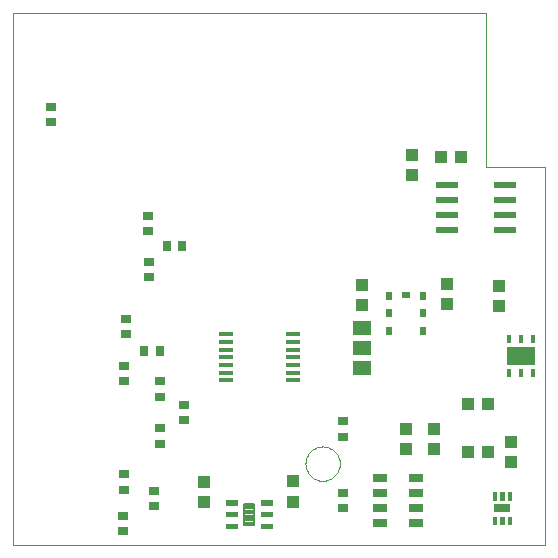
<source format=gtp>
G75*
%MOIN*%
%OFA0B0*%
%FSLAX24Y24*%
%IPPOS*%
%LPD*%
%AMOC8*
5,1,8,0,0,1.08239X$1,22.5*
%
%ADD10C,0.0000*%
%ADD11R,0.0531X0.0256*%
%ADD12C,0.0028*%
%ADD13C,0.0035*%
%ADD14C,0.0079*%
%ADD15R,0.0236X0.0276*%
%ADD16R,0.0276X0.0236*%
%ADD17R,0.0780X0.0220*%
%ADD18R,0.0500X0.0315*%
%ADD19R,0.0160X0.0280*%
%ADD20R,0.0940X0.0590*%
%ADD21R,0.0492X0.0118*%
%ADD22R,0.0394X0.0433*%
%ADD23R,0.0354X0.0276*%
%ADD24R,0.0591X0.0512*%
%ADD25R,0.0276X0.0354*%
%ADD26R,0.0433X0.0394*%
D10*
X005744Y004971D02*
X023460Y004971D01*
X023460Y017570D01*
X021492Y017570D01*
X021492Y022688D01*
X005744Y022688D01*
X005744Y004971D01*
X015484Y007674D02*
X015486Y007721D01*
X015492Y007768D01*
X015501Y007814D01*
X015515Y007859D01*
X015532Y007903D01*
X015553Y007946D01*
X015577Y007986D01*
X015604Y008025D01*
X015635Y008061D01*
X015668Y008094D01*
X015704Y008125D01*
X015743Y008152D01*
X015783Y008176D01*
X015826Y008197D01*
X015870Y008214D01*
X015915Y008228D01*
X015961Y008237D01*
X016008Y008243D01*
X016055Y008245D01*
X016102Y008243D01*
X016149Y008237D01*
X016195Y008228D01*
X016240Y008214D01*
X016284Y008197D01*
X016327Y008176D01*
X016367Y008152D01*
X016406Y008125D01*
X016442Y008094D01*
X016475Y008061D01*
X016506Y008025D01*
X016533Y007986D01*
X016557Y007946D01*
X016578Y007903D01*
X016595Y007859D01*
X016609Y007814D01*
X016618Y007768D01*
X016624Y007721D01*
X016626Y007674D01*
X016624Y007627D01*
X016618Y007580D01*
X016609Y007534D01*
X016595Y007489D01*
X016578Y007445D01*
X016557Y007402D01*
X016533Y007362D01*
X016506Y007323D01*
X016475Y007287D01*
X016442Y007254D01*
X016406Y007223D01*
X016367Y007196D01*
X016327Y007172D01*
X016284Y007151D01*
X016240Y007134D01*
X016195Y007120D01*
X016149Y007111D01*
X016102Y007105D01*
X016055Y007103D01*
X016008Y007105D01*
X015961Y007111D01*
X015915Y007120D01*
X015870Y007134D01*
X015826Y007151D01*
X015783Y007172D01*
X015743Y007196D01*
X015704Y007223D01*
X015668Y007254D01*
X015635Y007287D01*
X015604Y007323D01*
X015577Y007362D01*
X015553Y007402D01*
X015532Y007445D01*
X015515Y007489D01*
X015501Y007534D01*
X015492Y007580D01*
X015486Y007627D01*
X015484Y007674D01*
D11*
X022036Y006188D03*
D12*
X022091Y005898D02*
X022091Y005650D01*
X021981Y005650D01*
X021981Y005898D01*
X022091Y005898D01*
X022091Y005677D02*
X021981Y005677D01*
X021981Y005704D02*
X022091Y005704D01*
X022091Y005731D02*
X021981Y005731D01*
X021981Y005758D02*
X022091Y005758D01*
X022091Y005785D02*
X021981Y005785D01*
X021981Y005812D02*
X022091Y005812D01*
X022091Y005839D02*
X021981Y005839D01*
X021981Y005866D02*
X022091Y005866D01*
X022091Y005893D02*
X021981Y005893D01*
X021835Y005898D02*
X021835Y005650D01*
X021725Y005650D01*
X021725Y005898D01*
X021835Y005898D01*
X021835Y005677D02*
X021725Y005677D01*
X021725Y005704D02*
X021835Y005704D01*
X021835Y005731D02*
X021725Y005731D01*
X021725Y005758D02*
X021835Y005758D01*
X021835Y005785D02*
X021725Y005785D01*
X021725Y005812D02*
X021835Y005812D01*
X021835Y005839D02*
X021725Y005839D01*
X021725Y005866D02*
X021835Y005866D01*
X021835Y005893D02*
X021725Y005893D01*
X022347Y005898D02*
X022347Y005650D01*
X022237Y005650D01*
X022237Y005898D01*
X022347Y005898D01*
X022347Y005677D02*
X022237Y005677D01*
X022237Y005704D02*
X022347Y005704D01*
X022347Y005731D02*
X022237Y005731D01*
X022237Y005758D02*
X022347Y005758D01*
X022347Y005785D02*
X022237Y005785D01*
X022237Y005812D02*
X022347Y005812D01*
X022347Y005839D02*
X022237Y005839D01*
X022237Y005866D02*
X022347Y005866D01*
X022347Y005893D02*
X022237Y005893D01*
X022347Y006477D02*
X022347Y006725D01*
X022347Y006477D02*
X022237Y006477D01*
X022237Y006725D01*
X022347Y006725D01*
X022347Y006504D02*
X022237Y006504D01*
X022237Y006531D02*
X022347Y006531D01*
X022347Y006558D02*
X022237Y006558D01*
X022237Y006585D02*
X022347Y006585D01*
X022347Y006612D02*
X022237Y006612D01*
X022237Y006639D02*
X022347Y006639D01*
X022347Y006666D02*
X022237Y006666D01*
X022237Y006693D02*
X022347Y006693D01*
X022347Y006720D02*
X022237Y006720D01*
X022091Y006725D02*
X022091Y006477D01*
X021981Y006477D01*
X021981Y006725D01*
X022091Y006725D01*
X022091Y006504D02*
X021981Y006504D01*
X021981Y006531D02*
X022091Y006531D01*
X022091Y006558D02*
X021981Y006558D01*
X021981Y006585D02*
X022091Y006585D01*
X022091Y006612D02*
X021981Y006612D01*
X021981Y006639D02*
X022091Y006639D01*
X022091Y006666D02*
X021981Y006666D01*
X021981Y006693D02*
X022091Y006693D01*
X022091Y006720D02*
X021981Y006720D01*
X021835Y006725D02*
X021835Y006477D01*
X021725Y006477D01*
X021725Y006725D01*
X021835Y006725D01*
X021835Y006504D02*
X021725Y006504D01*
X021725Y006531D02*
X021835Y006531D01*
X021835Y006558D02*
X021725Y006558D01*
X021725Y006585D02*
X021835Y006585D01*
X021835Y006612D02*
X021725Y006612D01*
X021725Y006639D02*
X021835Y006639D01*
X021835Y006666D02*
X021725Y006666D01*
X021725Y006693D02*
X021835Y006693D01*
X021835Y006720D02*
X021725Y006720D01*
D13*
X014375Y006308D02*
X014015Y006308D01*
X014015Y006450D01*
X014375Y006450D01*
X014375Y006308D01*
X014375Y006342D02*
X014015Y006342D01*
X014015Y006376D02*
X014375Y006376D01*
X014375Y006410D02*
X014015Y006410D01*
X014015Y006444D02*
X014375Y006444D01*
X014375Y005915D02*
X014015Y005915D01*
X014015Y006057D01*
X014375Y006057D01*
X014375Y005915D01*
X014375Y005949D02*
X014015Y005949D01*
X014015Y005983D02*
X014375Y005983D01*
X014375Y006017D02*
X014015Y006017D01*
X014015Y006051D02*
X014375Y006051D01*
X014375Y005521D02*
X014015Y005521D01*
X014015Y005663D01*
X014375Y005663D01*
X014375Y005521D01*
X014375Y005555D02*
X014015Y005555D01*
X014015Y005589D02*
X014375Y005589D01*
X014375Y005623D02*
X014015Y005623D01*
X014015Y005657D02*
X014375Y005657D01*
X013194Y005521D02*
X012834Y005521D01*
X012834Y005663D01*
X013194Y005663D01*
X013194Y005521D01*
X013194Y005555D02*
X012834Y005555D01*
X012834Y005589D02*
X013194Y005589D01*
X013194Y005623D02*
X012834Y005623D01*
X012834Y005657D02*
X013194Y005657D01*
X013194Y005915D02*
X012834Y005915D01*
X012834Y006057D01*
X013194Y006057D01*
X013194Y005915D01*
X013194Y005949D02*
X012834Y005949D01*
X012834Y005983D02*
X013194Y005983D01*
X013194Y006017D02*
X012834Y006017D01*
X012834Y006051D02*
X013194Y006051D01*
X013194Y006308D02*
X012834Y006308D01*
X012834Y006450D01*
X013194Y006450D01*
X013194Y006308D01*
X013194Y006342D02*
X012834Y006342D01*
X012834Y006376D02*
X013194Y006376D01*
X013194Y006410D02*
X012834Y006410D01*
X012834Y006444D02*
X013194Y006444D01*
D14*
X013446Y005632D02*
X013762Y005632D01*
X013446Y005632D02*
X013446Y006340D01*
X013762Y006340D01*
X013762Y005632D01*
X013762Y005710D02*
X013446Y005710D01*
X013446Y005788D02*
X013762Y005788D01*
X013762Y005866D02*
X013446Y005866D01*
X013446Y005944D02*
X013762Y005944D01*
X013762Y006022D02*
X013446Y006022D01*
X013446Y006100D02*
X013762Y006100D01*
X013762Y006178D02*
X013446Y006178D01*
X013446Y006256D02*
X013762Y006256D01*
X013762Y006334D02*
X013446Y006334D01*
D15*
X018262Y012092D03*
X018262Y012683D03*
X018262Y013273D03*
X019404Y013273D03*
X019404Y012683D03*
X019404Y012092D03*
D16*
X018833Y013293D03*
D17*
X020194Y015470D03*
X020194Y015970D03*
X020194Y016470D03*
X020194Y016970D03*
X022134Y016970D03*
X022134Y016470D03*
X022134Y015970D03*
X022134Y015470D03*
D18*
X019164Y007196D03*
X019164Y006696D03*
X019164Y006196D03*
X019164Y005696D03*
X017983Y005696D03*
X017983Y006196D03*
X017983Y006696D03*
X017983Y007196D03*
D19*
X022278Y010680D03*
X022668Y010680D03*
X023058Y010680D03*
X023058Y011820D03*
X022668Y011820D03*
X022278Y011820D03*
D20*
X022668Y011250D03*
D21*
X015066Y011221D03*
X015066Y011477D03*
X015066Y011733D03*
X015066Y011988D03*
X015066Y010965D03*
X015066Y010709D03*
X015066Y010453D03*
X012822Y010453D03*
X012822Y010709D03*
X012822Y010965D03*
X012822Y011221D03*
X012822Y011477D03*
X012822Y011733D03*
X012822Y011988D03*
D22*
X017360Y012964D03*
X017360Y013634D03*
X020209Y013659D03*
X020209Y012989D03*
X021950Y012940D03*
X021950Y013609D03*
X019042Y017288D03*
X019042Y017957D03*
X018824Y008823D03*
X019774Y008829D03*
X019774Y008159D03*
X018824Y008154D03*
X022343Y008406D03*
X022343Y007737D03*
X015081Y007078D03*
X015081Y006409D03*
X012116Y006378D03*
X012116Y007048D03*
D23*
X010447Y006759D03*
X010447Y006247D03*
X009400Y005923D03*
X009400Y005412D03*
X009438Y006807D03*
X009438Y007319D03*
X010641Y008333D03*
X010641Y008845D03*
X011428Y009120D03*
X011428Y009632D03*
X010641Y009908D03*
X010641Y010419D03*
X009438Y010423D03*
X009438Y010935D03*
X009498Y011994D03*
X009498Y012506D03*
X010271Y013899D03*
X010271Y014411D03*
X010247Y015419D03*
X010247Y015931D03*
X007004Y019056D03*
X007004Y019567D03*
X016721Y009088D03*
X016721Y008576D03*
X016719Y006707D03*
X016719Y006195D03*
D24*
X017363Y010868D03*
X017363Y011538D03*
X017363Y012207D03*
D25*
X011383Y014916D03*
X010871Y014916D03*
X010624Y011416D03*
X010113Y011416D03*
D26*
X019998Y017891D03*
X020667Y017891D03*
X020912Y009675D03*
X021581Y009675D03*
X021575Y008048D03*
X020905Y008048D03*
M02*

</source>
